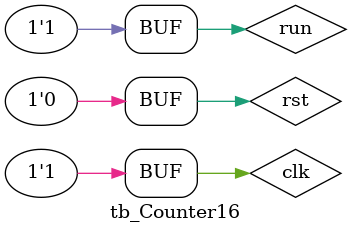
<source format=v>
module			Tff (d, t, rst, clk);

output			d;
input			t, rst, clk;
reg				d;

always@(posedge rst or posedge clk)
  begin
    if(rst == 1)
      d <= 0;
    else if (t == 1)
      d <= ~d;
    else
      d <= d; 
  end
endmodule




module			Counter4 (d, run, rst, clk);

output	[3:0]	d;
input			run, rst, clk;
wire			db0, db1, db2;
supply1			logic1;

not				NOT1 (db0, d[0]);
not				NOT2 (db1, d[1]);
not				NOT3 (db2, d[2]);
Tff				TFF1 (d[0], run, rst, clk); 
Tff				TFF2 (d[1], logic1, rst, db0);
Tff				TFF3 (d[2], logic1, rst, db1);
Tff				TFF4 (d[3], logic1, rst, db2);

endmodule




module			Counter16 (d, run, rst, clk);

output	[15:0]	d;
input			run, rst, clk;
wire			db3, db7, db11;
supply1			logic1;

not				NOT1 (db3, d[3]);
not				NOT2 (db7, d[7]);
not				NOT3 (db11, d[11]);
Counter4		CNTR1 (d[3:0], run, rst, clk); 
Counter4		CNTR2 (d[7:4], logic1, rst, db3);
Counter4		CNTR3 (d[11:8], logic1, rst, db7);
Counter4		CNTR4 (d[15:12], logic1, rst, db11);

endmodule




module			tb_Counter16;

reg				clk, rst, run;
wire	[15:0]	d;

Counter16		UUT (d, run, rst, clk);

always
    begin
        #0		clk = 0;
        #5		clk = 1;
        #5		;
    end

initial
    begin
        #0		run = 0; rst = 0;
        #20		rst = 1;
        #20		rst = 0; run = 1;
        #100	run = 0;
        #100	run = 1;
        #10		run = 0;
        #80		run = 1;
    end

endmodule

</source>
